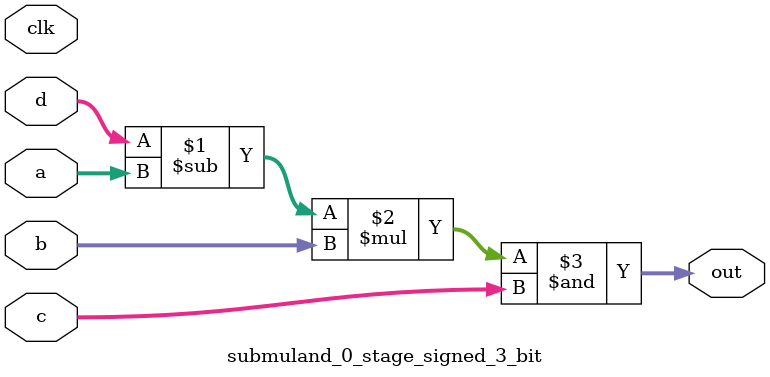
<source format=sv>
(* use_dsp = "yes" *) module submuland_0_stage_signed_3_bit(
	input signed [2:0] a,
	input signed [2:0] b,
	input signed [2:0] c,
	input signed [2:0] d,
	output [2:0] out,
	input clk);

	assign out = ((d - a) * b) & c;
endmodule

</source>
